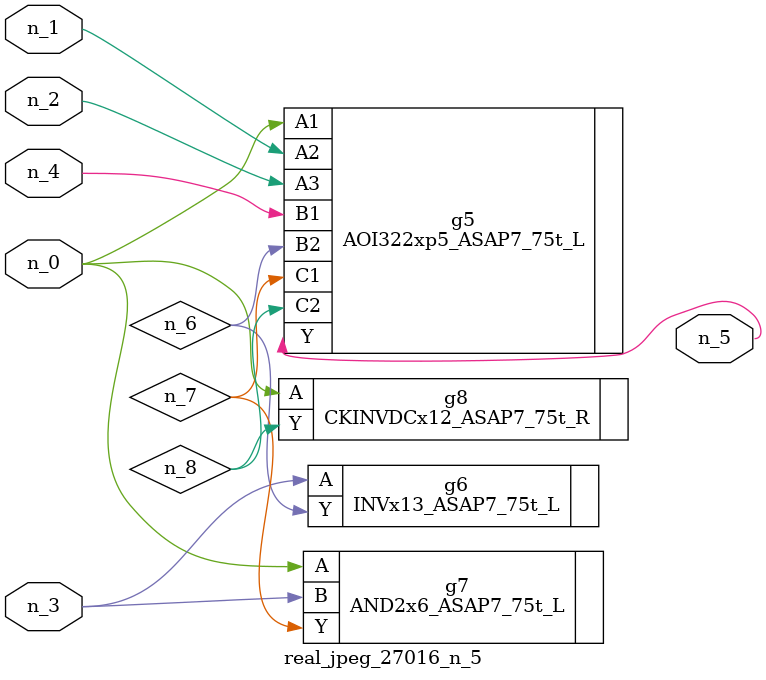
<source format=v>
module real_jpeg_27016_n_5 (n_4, n_0, n_1, n_2, n_3, n_5);

input n_4;
input n_0;
input n_1;
input n_2;
input n_3;

output n_5;

wire n_8;
wire n_6;
wire n_7;

AOI322xp5_ASAP7_75t_L g5 ( 
.A1(n_0),
.A2(n_1),
.A3(n_2),
.B1(n_4),
.B2(n_6),
.C1(n_7),
.C2(n_8),
.Y(n_5)
);

AND2x6_ASAP7_75t_L g7 ( 
.A(n_0),
.B(n_3),
.Y(n_7)
);

CKINVDCx12_ASAP7_75t_R g8 ( 
.A(n_0),
.Y(n_8)
);

INVx13_ASAP7_75t_L g6 ( 
.A(n_3),
.Y(n_6)
);


endmodule
</source>
